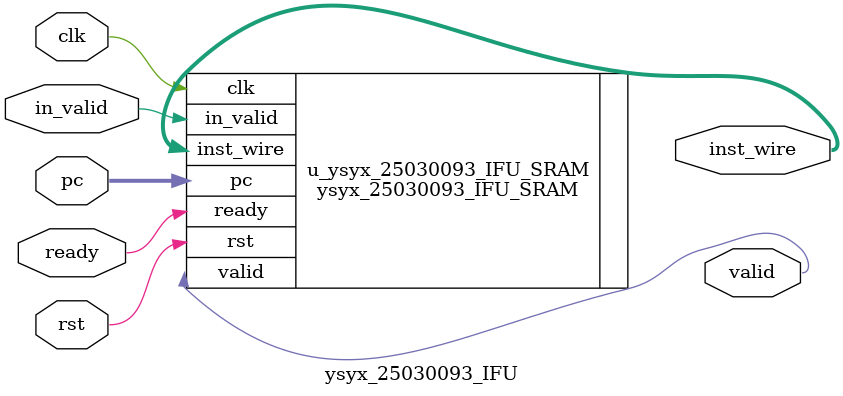
<source format=v>
module ysyx_25030093_IFU(
    input in_valid,
    input clk,
    input rst,
    output valid,
    input ready,
    output [31:0] inst_wire,
    input [31:0] pc
);




// output declaration of module ysyx_25030093_IFU_SRAM


ysyx_25030093_IFU_SRAM u_ysyx_25030093_IFU_SRAM(
    .in_valid  (in_valid),
    .valid      (valid),
    .ready      (ready),
    .clk       	(clk        ),
    .rst       	(rst        ),
    .pc        	(pc         ),
    .inst_wire 	(inst_wire  )
);



endmodule
</source>
